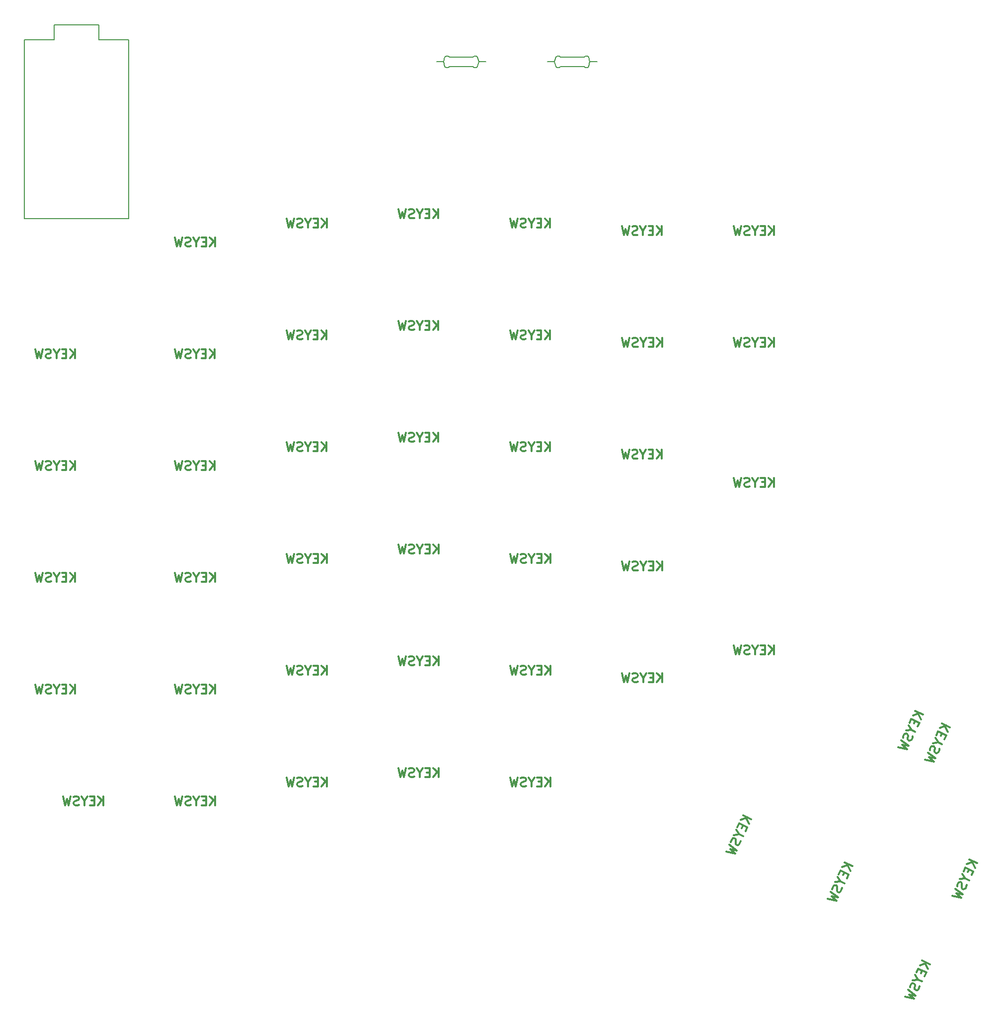
<source format=gbr>
G04 #@! TF.GenerationSoftware,KiCad,Pcbnew,(5.0.1)-3*
G04 #@! TF.CreationDate,2018-11-17T01:07:15-08:00*
G04 #@! TF.ProjectId,ErgoMaxRight,4572676F4D617852696768742E6B6963,rev?*
G04 #@! TF.SameCoordinates,Original*
G04 #@! TF.FileFunction,Legend,Bot*
G04 #@! TF.FilePolarity,Positive*
%FSLAX46Y46*%
G04 Gerber Fmt 4.6, Leading zero omitted, Abs format (unit mm)*
G04 Created by KiCad (PCBNEW (5.0.1)-3) date 17/11/2018 01:07:15*
%MOMM*%
%LPD*%
G01*
G04 APERTURE LIST*
%ADD10C,0.150000*%
%ADD11C,0.304800*%
G04 APERTURE END LIST*
D10*
G04 #@! TO.C,U1*
X137239660Y-36108640D02*
X137239660Y-66588640D01*
X132159660Y-36108640D02*
X137239660Y-36108640D01*
X132159660Y-33568640D02*
X132159660Y-36108640D01*
X124539660Y-33568640D02*
X132159660Y-33568640D01*
X124539660Y-36108640D02*
X124539660Y-33568640D01*
X119459660Y-36108640D02*
X124539660Y-36108640D01*
X119459660Y-66588640D02*
X119459660Y-36108640D01*
X137239660Y-66588640D02*
X119459660Y-66588640D01*
G04 #@! TO.C,R1*
X217045920Y-39875460D02*
X215845920Y-39875460D01*
X215845920Y-39875460D02*
X215645920Y-40675460D01*
X215645920Y-40675460D02*
X215445920Y-40875460D01*
X215445920Y-40875460D02*
X215045920Y-40875460D01*
X215045920Y-40875460D02*
X214845920Y-40675460D01*
X214845920Y-40675460D02*
X210845920Y-40675460D01*
X210845920Y-40675460D02*
X210645920Y-40875460D01*
X210645920Y-40875460D02*
X210245920Y-40875460D01*
X210245920Y-40875460D02*
X210045920Y-40675460D01*
X210045920Y-40675460D02*
X209845920Y-39875460D01*
X209845920Y-39875460D02*
X210045920Y-39075460D01*
X210045920Y-39075460D02*
X210245920Y-38875460D01*
X210245920Y-38875460D02*
X210645920Y-38875460D01*
X210645920Y-38875460D02*
X210845920Y-39075460D01*
X210845920Y-39075460D02*
X214845920Y-39075460D01*
X214845920Y-39075460D02*
X215045920Y-38875460D01*
X215045920Y-38875460D02*
X215445920Y-38875460D01*
X215445920Y-38875460D02*
X215645920Y-39075460D01*
X215645920Y-39075460D02*
X215845920Y-39875460D01*
X209845920Y-39875460D02*
X208645920Y-39875460D01*
G04 #@! TO.C,R2*
X198107680Y-39875460D02*
X196907680Y-39875460D01*
X196907680Y-39875460D02*
X196707680Y-40675460D01*
X196707680Y-40675460D02*
X196507680Y-40875460D01*
X196507680Y-40875460D02*
X196107680Y-40875460D01*
X196107680Y-40875460D02*
X195907680Y-40675460D01*
X195907680Y-40675460D02*
X191907680Y-40675460D01*
X191907680Y-40675460D02*
X191707680Y-40875460D01*
X191707680Y-40875460D02*
X191307680Y-40875460D01*
X191307680Y-40875460D02*
X191107680Y-40675460D01*
X191107680Y-40675460D02*
X190907680Y-39875460D01*
X190907680Y-39875460D02*
X191107680Y-39075460D01*
X191107680Y-39075460D02*
X191307680Y-38875460D01*
X191307680Y-38875460D02*
X191707680Y-38875460D01*
X191707680Y-38875460D02*
X191907680Y-39075460D01*
X191907680Y-39075460D02*
X195907680Y-39075460D01*
X195907680Y-39075460D02*
X196107680Y-38875460D01*
X196107680Y-38875460D02*
X196507680Y-38875460D01*
X196507680Y-38875460D02*
X196707680Y-39075460D01*
X196707680Y-39075460D02*
X196907680Y-39875460D01*
X190907680Y-39875460D02*
X189707680Y-39875460D01*
G04 #@! TO.C,K1*
D11*
X151938285Y-71343068D02*
X151938285Y-69819068D01*
X151067428Y-71343068D02*
X151720571Y-70472211D01*
X151067428Y-69819068D02*
X151938285Y-70689925D01*
X150414285Y-70544782D02*
X149906285Y-70544782D01*
X149688571Y-71343068D02*
X150414285Y-71343068D01*
X150414285Y-69819068D01*
X149688571Y-69819068D01*
X148745142Y-70617354D02*
X148745142Y-71343068D01*
X149253142Y-69819068D02*
X148745142Y-70617354D01*
X148237142Y-69819068D01*
X147801714Y-71270497D02*
X147584000Y-71343068D01*
X147221142Y-71343068D01*
X147076000Y-71270497D01*
X147003428Y-71197925D01*
X146930857Y-71052782D01*
X146930857Y-70907640D01*
X147003428Y-70762497D01*
X147076000Y-70689925D01*
X147221142Y-70617354D01*
X147511428Y-70544782D01*
X147656571Y-70472211D01*
X147729142Y-70399640D01*
X147801714Y-70254497D01*
X147801714Y-70109354D01*
X147729142Y-69964211D01*
X147656571Y-69891640D01*
X147511428Y-69819068D01*
X147148571Y-69819068D01*
X146930857Y-69891640D01*
X146422857Y-69819068D02*
X146060000Y-71343068D01*
X145769714Y-70254497D01*
X145479428Y-71343068D01*
X145116571Y-69819068D01*
G04 #@! TO.C,K2*
X170988285Y-68136468D02*
X170988285Y-66612468D01*
X170117428Y-68136468D02*
X170770571Y-67265611D01*
X170117428Y-66612468D02*
X170988285Y-67483325D01*
X169464285Y-67338182D02*
X168956285Y-67338182D01*
X168738571Y-68136468D02*
X169464285Y-68136468D01*
X169464285Y-66612468D01*
X168738571Y-66612468D01*
X167795142Y-67410754D02*
X167795142Y-68136468D01*
X168303142Y-66612468D02*
X167795142Y-67410754D01*
X167287142Y-66612468D01*
X166851714Y-68063897D02*
X166634000Y-68136468D01*
X166271142Y-68136468D01*
X166126000Y-68063897D01*
X166053428Y-67991325D01*
X165980857Y-67846182D01*
X165980857Y-67701040D01*
X166053428Y-67555897D01*
X166126000Y-67483325D01*
X166271142Y-67410754D01*
X166561428Y-67338182D01*
X166706571Y-67265611D01*
X166779142Y-67193040D01*
X166851714Y-67047897D01*
X166851714Y-66902754D01*
X166779142Y-66757611D01*
X166706571Y-66685040D01*
X166561428Y-66612468D01*
X166198571Y-66612468D01*
X165980857Y-66685040D01*
X165472857Y-66612468D02*
X165110000Y-68136468D01*
X164819714Y-67047897D01*
X164529428Y-68136468D01*
X164166571Y-66612468D01*
G04 #@! TO.C,K3*
X190028285Y-66539068D02*
X190028285Y-65015068D01*
X189157428Y-66539068D02*
X189810571Y-65668211D01*
X189157428Y-65015068D02*
X190028285Y-65885925D01*
X188504285Y-65740782D02*
X187996285Y-65740782D01*
X187778571Y-66539068D02*
X188504285Y-66539068D01*
X188504285Y-65015068D01*
X187778571Y-65015068D01*
X186835142Y-65813354D02*
X186835142Y-66539068D01*
X187343142Y-65015068D02*
X186835142Y-65813354D01*
X186327142Y-65015068D01*
X185891714Y-66466497D02*
X185674000Y-66539068D01*
X185311142Y-66539068D01*
X185166000Y-66466497D01*
X185093428Y-66393925D01*
X185020857Y-66248782D01*
X185020857Y-66103640D01*
X185093428Y-65958497D01*
X185166000Y-65885925D01*
X185311142Y-65813354D01*
X185601428Y-65740782D01*
X185746571Y-65668211D01*
X185819142Y-65595640D01*
X185891714Y-65450497D01*
X185891714Y-65305354D01*
X185819142Y-65160211D01*
X185746571Y-65087640D01*
X185601428Y-65015068D01*
X185238571Y-65015068D01*
X185020857Y-65087640D01*
X184512857Y-65015068D02*
X184150000Y-66539068D01*
X183859714Y-65450497D01*
X183569428Y-66539068D01*
X183206571Y-65015068D01*
G04 #@! TO.C,K4*
X209068285Y-68123068D02*
X209068285Y-66599068D01*
X208197428Y-68123068D02*
X208850571Y-67252211D01*
X208197428Y-66599068D02*
X209068285Y-67469925D01*
X207544285Y-67324782D02*
X207036285Y-67324782D01*
X206818571Y-68123068D02*
X207544285Y-68123068D01*
X207544285Y-66599068D01*
X206818571Y-66599068D01*
X205875142Y-67397354D02*
X205875142Y-68123068D01*
X206383142Y-66599068D02*
X205875142Y-67397354D01*
X205367142Y-66599068D01*
X204931714Y-68050497D02*
X204714000Y-68123068D01*
X204351142Y-68123068D01*
X204206000Y-68050497D01*
X204133428Y-67977925D01*
X204060857Y-67832782D01*
X204060857Y-67687640D01*
X204133428Y-67542497D01*
X204206000Y-67469925D01*
X204351142Y-67397354D01*
X204641428Y-67324782D01*
X204786571Y-67252211D01*
X204859142Y-67179640D01*
X204931714Y-67034497D01*
X204931714Y-66889354D01*
X204859142Y-66744211D01*
X204786571Y-66671640D01*
X204641428Y-66599068D01*
X204278571Y-66599068D01*
X204060857Y-66671640D01*
X203552857Y-66599068D02*
X203190000Y-68123068D01*
X202899714Y-67034497D01*
X202609428Y-68123068D01*
X202246571Y-66599068D01*
G04 #@! TO.C,K5*
X228106036Y-69423068D02*
X228106036Y-67899068D01*
X227235179Y-69423068D02*
X227888322Y-68552211D01*
X227235179Y-67899068D02*
X228106036Y-68769925D01*
X226582036Y-68624782D02*
X226074036Y-68624782D01*
X225856322Y-69423068D02*
X226582036Y-69423068D01*
X226582036Y-67899068D01*
X225856322Y-67899068D01*
X224912893Y-68697354D02*
X224912893Y-69423068D01*
X225420893Y-67899068D02*
X224912893Y-68697354D01*
X224404893Y-67899068D01*
X223969465Y-69350497D02*
X223751751Y-69423068D01*
X223388893Y-69423068D01*
X223243751Y-69350497D01*
X223171179Y-69277925D01*
X223098608Y-69132782D01*
X223098608Y-68987640D01*
X223171179Y-68842497D01*
X223243751Y-68769925D01*
X223388893Y-68697354D01*
X223679179Y-68624782D01*
X223824322Y-68552211D01*
X223896893Y-68479640D01*
X223969465Y-68334497D01*
X223969465Y-68189354D01*
X223896893Y-68044211D01*
X223824322Y-67971640D01*
X223679179Y-67899068D01*
X223316322Y-67899068D01*
X223098608Y-67971640D01*
X222590608Y-67899068D02*
X222227751Y-69423068D01*
X221937465Y-68334497D01*
X221647179Y-69423068D01*
X221284322Y-67899068D01*
G04 #@! TO.C,K6*
X247198285Y-69425068D02*
X247198285Y-67901068D01*
X246327428Y-69425068D02*
X246980571Y-68554211D01*
X246327428Y-67901068D02*
X247198285Y-68771925D01*
X245674285Y-68626782D02*
X245166285Y-68626782D01*
X244948571Y-69425068D02*
X245674285Y-69425068D01*
X245674285Y-67901068D01*
X244948571Y-67901068D01*
X244005142Y-68699354D02*
X244005142Y-69425068D01*
X244513142Y-67901068D02*
X244005142Y-68699354D01*
X243497142Y-67901068D01*
X243061714Y-69352497D02*
X242844000Y-69425068D01*
X242481142Y-69425068D01*
X242336000Y-69352497D01*
X242263428Y-69279925D01*
X242190857Y-69134782D01*
X242190857Y-68989640D01*
X242263428Y-68844497D01*
X242336000Y-68771925D01*
X242481142Y-68699354D01*
X242771428Y-68626782D01*
X242916571Y-68554211D01*
X242989142Y-68481640D01*
X243061714Y-68336497D01*
X243061714Y-68191354D01*
X242989142Y-68046211D01*
X242916571Y-67973640D01*
X242771428Y-67901068D01*
X242408571Y-67901068D01*
X242190857Y-67973640D01*
X241682857Y-67901068D02*
X241320000Y-69425068D01*
X241029714Y-68336497D01*
X240739428Y-69425068D01*
X240376571Y-67901068D01*
G04 #@! TO.C,K7*
X128129965Y-90380068D02*
X128129965Y-88856068D01*
X127259108Y-90380068D02*
X127912251Y-89509211D01*
X127259108Y-88856068D02*
X128129965Y-89726925D01*
X126605965Y-89581782D02*
X126097965Y-89581782D01*
X125880251Y-90380068D02*
X126605965Y-90380068D01*
X126605965Y-88856068D01*
X125880251Y-88856068D01*
X124936822Y-89654354D02*
X124936822Y-90380068D01*
X125444822Y-88856068D02*
X124936822Y-89654354D01*
X124428822Y-88856068D01*
X123993394Y-90307497D02*
X123775680Y-90380068D01*
X123412822Y-90380068D01*
X123267680Y-90307497D01*
X123195108Y-90234925D01*
X123122537Y-90089782D01*
X123122537Y-89944640D01*
X123195108Y-89799497D01*
X123267680Y-89726925D01*
X123412822Y-89654354D01*
X123703108Y-89581782D01*
X123848251Y-89509211D01*
X123920822Y-89436640D01*
X123993394Y-89291497D01*
X123993394Y-89146354D01*
X123920822Y-89001211D01*
X123848251Y-88928640D01*
X123703108Y-88856068D01*
X123340251Y-88856068D01*
X123122537Y-88928640D01*
X122614537Y-88856068D02*
X122251680Y-90380068D01*
X121961394Y-89291497D01*
X121671108Y-90380068D01*
X121308251Y-88856068D01*
G04 #@! TO.C,K8*
X151935385Y-90380068D02*
X151935385Y-88856068D01*
X151064528Y-90380068D02*
X151717671Y-89509211D01*
X151064528Y-88856068D02*
X151935385Y-89726925D01*
X150411385Y-89581782D02*
X149903385Y-89581782D01*
X149685671Y-90380068D02*
X150411385Y-90380068D01*
X150411385Y-88856068D01*
X149685671Y-88856068D01*
X148742242Y-89654354D02*
X148742242Y-90380068D01*
X149250242Y-88856068D02*
X148742242Y-89654354D01*
X148234242Y-88856068D01*
X147798814Y-90307497D02*
X147581100Y-90380068D01*
X147218242Y-90380068D01*
X147073100Y-90307497D01*
X147000528Y-90234925D01*
X146927957Y-90089782D01*
X146927957Y-89944640D01*
X147000528Y-89799497D01*
X147073100Y-89726925D01*
X147218242Y-89654354D01*
X147508528Y-89581782D01*
X147653671Y-89509211D01*
X147726242Y-89436640D01*
X147798814Y-89291497D01*
X147798814Y-89146354D01*
X147726242Y-89001211D01*
X147653671Y-88928640D01*
X147508528Y-88856068D01*
X147145671Y-88856068D01*
X146927957Y-88928640D01*
X146419957Y-88856068D02*
X146057100Y-90380068D01*
X145766814Y-89291497D01*
X145476528Y-90380068D01*
X145113671Y-88856068D01*
G04 #@! TO.C,K9*
X170985385Y-87190068D02*
X170985385Y-85666068D01*
X170114528Y-87190068D02*
X170767671Y-86319211D01*
X170114528Y-85666068D02*
X170985385Y-86536925D01*
X169461385Y-86391782D02*
X168953385Y-86391782D01*
X168735671Y-87190068D02*
X169461385Y-87190068D01*
X169461385Y-85666068D01*
X168735671Y-85666068D01*
X167792242Y-86464354D02*
X167792242Y-87190068D01*
X168300242Y-85666068D02*
X167792242Y-86464354D01*
X167284242Y-85666068D01*
X166848814Y-87117497D02*
X166631100Y-87190068D01*
X166268242Y-87190068D01*
X166123100Y-87117497D01*
X166050528Y-87044925D01*
X165977957Y-86899782D01*
X165977957Y-86754640D01*
X166050528Y-86609497D01*
X166123100Y-86536925D01*
X166268242Y-86464354D01*
X166558528Y-86391782D01*
X166703671Y-86319211D01*
X166776242Y-86246640D01*
X166848814Y-86101497D01*
X166848814Y-85956354D01*
X166776242Y-85811211D01*
X166703671Y-85738640D01*
X166558528Y-85666068D01*
X166195671Y-85666068D01*
X165977957Y-85738640D01*
X165469957Y-85666068D02*
X165107100Y-87190068D01*
X164816814Y-86101497D01*
X164526528Y-87190068D01*
X164163671Y-85666068D01*
G04 #@! TO.C,K10*
X190030985Y-85584508D02*
X190030985Y-84060508D01*
X189160128Y-85584508D02*
X189813271Y-84713651D01*
X189160128Y-84060508D02*
X190030985Y-84931365D01*
X188506985Y-84786222D02*
X187998985Y-84786222D01*
X187781271Y-85584508D02*
X188506985Y-85584508D01*
X188506985Y-84060508D01*
X187781271Y-84060508D01*
X186837842Y-84858794D02*
X186837842Y-85584508D01*
X187345842Y-84060508D02*
X186837842Y-84858794D01*
X186329842Y-84060508D01*
X185894414Y-85511937D02*
X185676700Y-85584508D01*
X185313842Y-85584508D01*
X185168700Y-85511937D01*
X185096128Y-85439365D01*
X185023557Y-85294222D01*
X185023557Y-85149080D01*
X185096128Y-85003937D01*
X185168700Y-84931365D01*
X185313842Y-84858794D01*
X185604128Y-84786222D01*
X185749271Y-84713651D01*
X185821842Y-84641080D01*
X185894414Y-84495937D01*
X185894414Y-84350794D01*
X185821842Y-84205651D01*
X185749271Y-84133080D01*
X185604128Y-84060508D01*
X185241271Y-84060508D01*
X185023557Y-84133080D01*
X184515557Y-84060508D02*
X184152700Y-85584508D01*
X183862414Y-84495937D01*
X183572128Y-85584508D01*
X183209271Y-84060508D01*
G04 #@! TO.C,K11*
X209072885Y-87176848D02*
X209072885Y-85652848D01*
X208202028Y-87176848D02*
X208855171Y-86305991D01*
X208202028Y-85652848D02*
X209072885Y-86523705D01*
X207548885Y-86378562D02*
X207040885Y-86378562D01*
X206823171Y-87176848D02*
X207548885Y-87176848D01*
X207548885Y-85652848D01*
X206823171Y-85652848D01*
X205879742Y-86451134D02*
X205879742Y-87176848D01*
X206387742Y-85652848D02*
X205879742Y-86451134D01*
X205371742Y-85652848D01*
X204936314Y-87104277D02*
X204718600Y-87176848D01*
X204355742Y-87176848D01*
X204210600Y-87104277D01*
X204138028Y-87031705D01*
X204065457Y-86886562D01*
X204065457Y-86741420D01*
X204138028Y-86596277D01*
X204210600Y-86523705D01*
X204355742Y-86451134D01*
X204646028Y-86378562D01*
X204791171Y-86305991D01*
X204863742Y-86233420D01*
X204936314Y-86088277D01*
X204936314Y-85943134D01*
X204863742Y-85797991D01*
X204791171Y-85725420D01*
X204646028Y-85652848D01*
X204283171Y-85652848D01*
X204065457Y-85725420D01*
X203557457Y-85652848D02*
X203194600Y-87176848D01*
X202904314Y-86088277D01*
X202614028Y-87176848D01*
X202251171Y-85652848D01*
G04 #@! TO.C,K12*
X228148285Y-88472948D02*
X228148285Y-86948948D01*
X227277428Y-88472948D02*
X227930571Y-87602091D01*
X227277428Y-86948948D02*
X228148285Y-87819805D01*
X226624285Y-87674662D02*
X226116285Y-87674662D01*
X225898571Y-88472948D02*
X226624285Y-88472948D01*
X226624285Y-86948948D01*
X225898571Y-86948948D01*
X224955142Y-87747234D02*
X224955142Y-88472948D01*
X225463142Y-86948948D02*
X224955142Y-87747234D01*
X224447142Y-86948948D01*
X224011714Y-88400377D02*
X223794000Y-88472948D01*
X223431142Y-88472948D01*
X223286000Y-88400377D01*
X223213428Y-88327805D01*
X223140857Y-88182662D01*
X223140857Y-88037520D01*
X223213428Y-87892377D01*
X223286000Y-87819805D01*
X223431142Y-87747234D01*
X223721428Y-87674662D01*
X223866571Y-87602091D01*
X223939142Y-87529520D01*
X224011714Y-87384377D01*
X224011714Y-87239234D01*
X223939142Y-87094091D01*
X223866571Y-87021520D01*
X223721428Y-86948948D01*
X223358571Y-86948948D01*
X223140857Y-87021520D01*
X222632857Y-86948948D02*
X222270000Y-88472948D01*
X221979714Y-87384377D01*
X221689428Y-88472948D01*
X221326571Y-86948948D01*
G04 #@! TO.C,K13*
X247198285Y-88465368D02*
X247198285Y-86941368D01*
X246327428Y-88465368D02*
X246980571Y-87594511D01*
X246327428Y-86941368D02*
X247198285Y-87812225D01*
X245674285Y-87667082D02*
X245166285Y-87667082D01*
X244948571Y-88465368D02*
X245674285Y-88465368D01*
X245674285Y-86941368D01*
X244948571Y-86941368D01*
X244005142Y-87739654D02*
X244005142Y-88465368D01*
X244513142Y-86941368D02*
X244005142Y-87739654D01*
X243497142Y-86941368D01*
X243061714Y-88392797D02*
X242844000Y-88465368D01*
X242481142Y-88465368D01*
X242336000Y-88392797D01*
X242263428Y-88320225D01*
X242190857Y-88175082D01*
X242190857Y-88029940D01*
X242263428Y-87884797D01*
X242336000Y-87812225D01*
X242481142Y-87739654D01*
X242771428Y-87667082D01*
X242916571Y-87594511D01*
X242989142Y-87521940D01*
X243061714Y-87376797D01*
X243061714Y-87231654D01*
X242989142Y-87086511D01*
X242916571Y-87013940D01*
X242771428Y-86941368D01*
X242408571Y-86941368D01*
X242190857Y-87013940D01*
X241682857Y-86941368D02*
X241320000Y-88465368D01*
X241029714Y-87376797D01*
X240739428Y-88465368D01*
X240376571Y-86941368D01*
G04 #@! TO.C,K14*
X128133365Y-109423168D02*
X128133365Y-107899168D01*
X127262508Y-109423168D02*
X127915651Y-108552311D01*
X127262508Y-107899168D02*
X128133365Y-108770025D01*
X126609365Y-108624882D02*
X126101365Y-108624882D01*
X125883651Y-109423168D02*
X126609365Y-109423168D01*
X126609365Y-107899168D01*
X125883651Y-107899168D01*
X124940222Y-108697454D02*
X124940222Y-109423168D01*
X125448222Y-107899168D02*
X124940222Y-108697454D01*
X124432222Y-107899168D01*
X123996794Y-109350597D02*
X123779080Y-109423168D01*
X123416222Y-109423168D01*
X123271080Y-109350597D01*
X123198508Y-109278025D01*
X123125937Y-109132882D01*
X123125937Y-108987740D01*
X123198508Y-108842597D01*
X123271080Y-108770025D01*
X123416222Y-108697454D01*
X123706508Y-108624882D01*
X123851651Y-108552311D01*
X123924222Y-108479740D01*
X123996794Y-108334597D01*
X123996794Y-108189454D01*
X123924222Y-108044311D01*
X123851651Y-107971740D01*
X123706508Y-107899168D01*
X123343651Y-107899168D01*
X123125937Y-107971740D01*
X122617937Y-107899168D02*
X122255080Y-109423168D01*
X121964794Y-108334597D01*
X121674508Y-109423168D01*
X121311651Y-107899168D01*
G04 #@! TO.C,K15*
X151934145Y-109432768D02*
X151934145Y-107908768D01*
X151063288Y-109432768D02*
X151716431Y-108561911D01*
X151063288Y-107908768D02*
X151934145Y-108779625D01*
X150410145Y-108634482D02*
X149902145Y-108634482D01*
X149684431Y-109432768D02*
X150410145Y-109432768D01*
X150410145Y-107908768D01*
X149684431Y-107908768D01*
X148741002Y-108707054D02*
X148741002Y-109432768D01*
X149249002Y-107908768D02*
X148741002Y-108707054D01*
X148233002Y-107908768D01*
X147797574Y-109360197D02*
X147579860Y-109432768D01*
X147217002Y-109432768D01*
X147071860Y-109360197D01*
X146999288Y-109287625D01*
X146926717Y-109142482D01*
X146926717Y-108997340D01*
X146999288Y-108852197D01*
X147071860Y-108779625D01*
X147217002Y-108707054D01*
X147507288Y-108634482D01*
X147652431Y-108561911D01*
X147725002Y-108489340D01*
X147797574Y-108344197D01*
X147797574Y-108199054D01*
X147725002Y-108053911D01*
X147652431Y-107981340D01*
X147507288Y-107908768D01*
X147144431Y-107908768D01*
X146926717Y-107981340D01*
X146418717Y-107908768D02*
X146055860Y-109432768D01*
X145765574Y-108344197D01*
X145475288Y-109432768D01*
X145112431Y-107908768D01*
G04 #@! TO.C,K16*
X170982885Y-106232048D02*
X170982885Y-104708048D01*
X170112028Y-106232048D02*
X170765171Y-105361191D01*
X170112028Y-104708048D02*
X170982885Y-105578905D01*
X169458885Y-105433762D02*
X168950885Y-105433762D01*
X168733171Y-106232048D02*
X169458885Y-106232048D01*
X169458885Y-104708048D01*
X168733171Y-104708048D01*
X167789742Y-105506334D02*
X167789742Y-106232048D01*
X168297742Y-104708048D02*
X167789742Y-105506334D01*
X167281742Y-104708048D01*
X166846314Y-106159477D02*
X166628600Y-106232048D01*
X166265742Y-106232048D01*
X166120600Y-106159477D01*
X166048028Y-106086905D01*
X165975457Y-105941762D01*
X165975457Y-105796620D01*
X166048028Y-105651477D01*
X166120600Y-105578905D01*
X166265742Y-105506334D01*
X166556028Y-105433762D01*
X166701171Y-105361191D01*
X166773742Y-105288620D01*
X166846314Y-105143477D01*
X166846314Y-104998334D01*
X166773742Y-104853191D01*
X166701171Y-104780620D01*
X166556028Y-104708048D01*
X166193171Y-104708048D01*
X165975457Y-104780620D01*
X165467457Y-104708048D02*
X165104600Y-106232048D01*
X164814314Y-105143477D01*
X164524028Y-106232048D01*
X164161171Y-104708048D01*
G04 #@! TO.C,K17*
X190027325Y-104628968D02*
X190027325Y-103104968D01*
X189156468Y-104628968D02*
X189809611Y-103758111D01*
X189156468Y-103104968D02*
X190027325Y-103975825D01*
X188503325Y-103830682D02*
X187995325Y-103830682D01*
X187777611Y-104628968D02*
X188503325Y-104628968D01*
X188503325Y-103104968D01*
X187777611Y-103104968D01*
X186834182Y-103903254D02*
X186834182Y-104628968D01*
X187342182Y-103104968D02*
X186834182Y-103903254D01*
X186326182Y-103104968D01*
X185890754Y-104556397D02*
X185673040Y-104628968D01*
X185310182Y-104628968D01*
X185165040Y-104556397D01*
X185092468Y-104483825D01*
X185019897Y-104338682D01*
X185019897Y-104193540D01*
X185092468Y-104048397D01*
X185165040Y-103975825D01*
X185310182Y-103903254D01*
X185600468Y-103830682D01*
X185745611Y-103758111D01*
X185818182Y-103685540D01*
X185890754Y-103540397D01*
X185890754Y-103395254D01*
X185818182Y-103250111D01*
X185745611Y-103177540D01*
X185600468Y-103104968D01*
X185237611Y-103104968D01*
X185019897Y-103177540D01*
X184511897Y-103104968D02*
X184149040Y-104628968D01*
X183858754Y-103540397D01*
X183568468Y-104628968D01*
X183205611Y-103104968D01*
G04 #@! TO.C,K18*
X209072725Y-106214688D02*
X209072725Y-104690688D01*
X208201868Y-106214688D02*
X208855011Y-105343831D01*
X208201868Y-104690688D02*
X209072725Y-105561545D01*
X207548725Y-105416402D02*
X207040725Y-105416402D01*
X206823011Y-106214688D02*
X207548725Y-106214688D01*
X207548725Y-104690688D01*
X206823011Y-104690688D01*
X205879582Y-105488974D02*
X205879582Y-106214688D01*
X206387582Y-104690688D02*
X205879582Y-105488974D01*
X205371582Y-104690688D01*
X204936154Y-106142117D02*
X204718440Y-106214688D01*
X204355582Y-106214688D01*
X204210440Y-106142117D01*
X204137868Y-106069545D01*
X204065297Y-105924402D01*
X204065297Y-105779260D01*
X204137868Y-105634117D01*
X204210440Y-105561545D01*
X204355582Y-105488974D01*
X204645868Y-105416402D01*
X204791011Y-105343831D01*
X204863582Y-105271260D01*
X204936154Y-105126117D01*
X204936154Y-104980974D01*
X204863582Y-104835831D01*
X204791011Y-104763260D01*
X204645868Y-104690688D01*
X204283011Y-104690688D01*
X204065297Y-104763260D01*
X203557297Y-104690688D02*
X203194440Y-106214688D01*
X202904154Y-105126117D01*
X202613868Y-106214688D01*
X202251011Y-104690688D01*
G04 #@! TO.C,K19*
X228105885Y-107525468D02*
X228105885Y-106001468D01*
X227235028Y-107525468D02*
X227888171Y-106654611D01*
X227235028Y-106001468D02*
X228105885Y-106872325D01*
X226581885Y-106727182D02*
X226073885Y-106727182D01*
X225856171Y-107525468D02*
X226581885Y-107525468D01*
X226581885Y-106001468D01*
X225856171Y-106001468D01*
X224912742Y-106799754D02*
X224912742Y-107525468D01*
X225420742Y-106001468D02*
X224912742Y-106799754D01*
X224404742Y-106001468D01*
X223969314Y-107452897D02*
X223751600Y-107525468D01*
X223388742Y-107525468D01*
X223243600Y-107452897D01*
X223171028Y-107380325D01*
X223098457Y-107235182D01*
X223098457Y-107090040D01*
X223171028Y-106944897D01*
X223243600Y-106872325D01*
X223388742Y-106799754D01*
X223679028Y-106727182D01*
X223824171Y-106654611D01*
X223896742Y-106582040D01*
X223969314Y-106436897D01*
X223969314Y-106291754D01*
X223896742Y-106146611D01*
X223824171Y-106074040D01*
X223679028Y-106001468D01*
X223316171Y-106001468D01*
X223098457Y-106074040D01*
X222590457Y-106001468D02*
X222227600Y-107525468D01*
X221937314Y-106436897D01*
X221647028Y-107525468D01*
X221284171Y-106001468D01*
G04 #@! TO.C,K20*
X247198285Y-112285068D02*
X247198285Y-110761068D01*
X246327428Y-112285068D02*
X246980571Y-111414211D01*
X246327428Y-110761068D02*
X247198285Y-111631925D01*
X245674285Y-111486782D02*
X245166285Y-111486782D01*
X244948571Y-112285068D02*
X245674285Y-112285068D01*
X245674285Y-110761068D01*
X244948571Y-110761068D01*
X244005142Y-111559354D02*
X244005142Y-112285068D01*
X244513142Y-110761068D02*
X244005142Y-111559354D01*
X243497142Y-110761068D01*
X243061714Y-112212497D02*
X242844000Y-112285068D01*
X242481142Y-112285068D01*
X242336000Y-112212497D01*
X242263428Y-112139925D01*
X242190857Y-111994782D01*
X242190857Y-111849640D01*
X242263428Y-111704497D01*
X242336000Y-111631925D01*
X242481142Y-111559354D01*
X242771428Y-111486782D01*
X242916571Y-111414211D01*
X242989142Y-111341640D01*
X243061714Y-111196497D01*
X243061714Y-111051354D01*
X242989142Y-110906211D01*
X242916571Y-110833640D01*
X242771428Y-110761068D01*
X242408571Y-110761068D01*
X242190857Y-110833640D01*
X241682857Y-110761068D02*
X241320000Y-112285068D01*
X241029714Y-111196497D01*
X240739428Y-112285068D01*
X240376571Y-110761068D01*
G04 #@! TO.C,K21*
X128143685Y-128463268D02*
X128143685Y-126939268D01*
X127272828Y-128463268D02*
X127925971Y-127592411D01*
X127272828Y-126939268D02*
X128143685Y-127810125D01*
X126619685Y-127664982D02*
X126111685Y-127664982D01*
X125893971Y-128463268D02*
X126619685Y-128463268D01*
X126619685Y-126939268D01*
X125893971Y-126939268D01*
X124950542Y-127737554D02*
X124950542Y-128463268D01*
X125458542Y-126939268D02*
X124950542Y-127737554D01*
X124442542Y-126939268D01*
X124007114Y-128390697D02*
X123789400Y-128463268D01*
X123426542Y-128463268D01*
X123281400Y-128390697D01*
X123208828Y-128318125D01*
X123136257Y-128172982D01*
X123136257Y-128027840D01*
X123208828Y-127882697D01*
X123281400Y-127810125D01*
X123426542Y-127737554D01*
X123716828Y-127664982D01*
X123861971Y-127592411D01*
X123934542Y-127519840D01*
X124007114Y-127374697D01*
X124007114Y-127229554D01*
X123934542Y-127084411D01*
X123861971Y-127011840D01*
X123716828Y-126939268D01*
X123353971Y-126939268D01*
X123136257Y-127011840D01*
X122628257Y-126939268D02*
X122265400Y-128463268D01*
X121975114Y-127374697D01*
X121684828Y-128463268D01*
X121321971Y-126939268D01*
G04 #@! TO.C,K22*
X151939885Y-128471468D02*
X151939885Y-126947468D01*
X151069028Y-128471468D02*
X151722171Y-127600611D01*
X151069028Y-126947468D02*
X151939885Y-127818325D01*
X150415885Y-127673182D02*
X149907885Y-127673182D01*
X149690171Y-128471468D02*
X150415885Y-128471468D01*
X150415885Y-126947468D01*
X149690171Y-126947468D01*
X148746742Y-127745754D02*
X148746742Y-128471468D01*
X149254742Y-126947468D02*
X148746742Y-127745754D01*
X148238742Y-126947468D01*
X147803314Y-128398897D02*
X147585600Y-128471468D01*
X147222742Y-128471468D01*
X147077600Y-128398897D01*
X147005028Y-128326325D01*
X146932457Y-128181182D01*
X146932457Y-128036040D01*
X147005028Y-127890897D01*
X147077600Y-127818325D01*
X147222742Y-127745754D01*
X147513028Y-127673182D01*
X147658171Y-127600611D01*
X147730742Y-127528040D01*
X147803314Y-127382897D01*
X147803314Y-127237754D01*
X147730742Y-127092611D01*
X147658171Y-127020040D01*
X147513028Y-126947468D01*
X147150171Y-126947468D01*
X146932457Y-127020040D01*
X146424457Y-126947468D02*
X146061600Y-128471468D01*
X145771314Y-127382897D01*
X145481028Y-128471468D01*
X145118171Y-126947468D01*
G04 #@! TO.C,K23*
X170998285Y-125279668D02*
X170998285Y-123755668D01*
X170127428Y-125279668D02*
X170780571Y-124408811D01*
X170127428Y-123755668D02*
X170998285Y-124626525D01*
X169474285Y-124481382D02*
X168966285Y-124481382D01*
X168748571Y-125279668D02*
X169474285Y-125279668D01*
X169474285Y-123755668D01*
X168748571Y-123755668D01*
X167805142Y-124553954D02*
X167805142Y-125279668D01*
X168313142Y-123755668D02*
X167805142Y-124553954D01*
X167297142Y-123755668D01*
X166861714Y-125207097D02*
X166644000Y-125279668D01*
X166281142Y-125279668D01*
X166136000Y-125207097D01*
X166063428Y-125134525D01*
X165990857Y-124989382D01*
X165990857Y-124844240D01*
X166063428Y-124699097D01*
X166136000Y-124626525D01*
X166281142Y-124553954D01*
X166571428Y-124481382D01*
X166716571Y-124408811D01*
X166789142Y-124336240D01*
X166861714Y-124191097D01*
X166861714Y-124045954D01*
X166789142Y-123900811D01*
X166716571Y-123828240D01*
X166571428Y-123755668D01*
X166208571Y-123755668D01*
X165990857Y-123828240D01*
X165482857Y-123755668D02*
X165120000Y-125279668D01*
X164829714Y-124191097D01*
X164539428Y-125279668D01*
X164176571Y-123755668D01*
G04 #@! TO.C,K24*
X190048285Y-123676668D02*
X190048285Y-122152668D01*
X189177428Y-123676668D02*
X189830571Y-122805811D01*
X189177428Y-122152668D02*
X190048285Y-123023525D01*
X188524285Y-122878382D02*
X188016285Y-122878382D01*
X187798571Y-123676668D02*
X188524285Y-123676668D01*
X188524285Y-122152668D01*
X187798571Y-122152668D01*
X186855142Y-122950954D02*
X186855142Y-123676668D01*
X187363142Y-122152668D02*
X186855142Y-122950954D01*
X186347142Y-122152668D01*
X185911714Y-123604097D02*
X185694000Y-123676668D01*
X185331142Y-123676668D01*
X185186000Y-123604097D01*
X185113428Y-123531525D01*
X185040857Y-123386382D01*
X185040857Y-123241240D01*
X185113428Y-123096097D01*
X185186000Y-123023525D01*
X185331142Y-122950954D01*
X185621428Y-122878382D01*
X185766571Y-122805811D01*
X185839142Y-122733240D01*
X185911714Y-122588097D01*
X185911714Y-122442954D01*
X185839142Y-122297811D01*
X185766571Y-122225240D01*
X185621428Y-122152668D01*
X185258571Y-122152668D01*
X185040857Y-122225240D01*
X184532857Y-122152668D02*
X184170000Y-123676668D01*
X183879714Y-122588097D01*
X183589428Y-123676668D01*
X183226571Y-122152668D01*
G04 #@! TO.C,K25*
X209098285Y-125259428D02*
X209098285Y-123735428D01*
X208227428Y-125259428D02*
X208880571Y-124388571D01*
X208227428Y-123735428D02*
X209098285Y-124606285D01*
X207574285Y-124461142D02*
X207066285Y-124461142D01*
X206848571Y-125259428D02*
X207574285Y-125259428D01*
X207574285Y-123735428D01*
X206848571Y-123735428D01*
X205905142Y-124533714D02*
X205905142Y-125259428D01*
X206413142Y-123735428D02*
X205905142Y-124533714D01*
X205397142Y-123735428D01*
X204961714Y-125186857D02*
X204744000Y-125259428D01*
X204381142Y-125259428D01*
X204236000Y-125186857D01*
X204163428Y-125114285D01*
X204090857Y-124969142D01*
X204090857Y-124824000D01*
X204163428Y-124678857D01*
X204236000Y-124606285D01*
X204381142Y-124533714D01*
X204671428Y-124461142D01*
X204816571Y-124388571D01*
X204889142Y-124316000D01*
X204961714Y-124170857D01*
X204961714Y-124025714D01*
X204889142Y-123880571D01*
X204816571Y-123808000D01*
X204671428Y-123735428D01*
X204308571Y-123735428D01*
X204090857Y-123808000D01*
X203582857Y-123735428D02*
X203220000Y-125259428D01*
X202929714Y-124170857D01*
X202639428Y-125259428D01*
X202276571Y-123735428D01*
G04 #@! TO.C,K26*
X228148285Y-126570268D02*
X228148285Y-125046268D01*
X227277428Y-126570268D02*
X227930571Y-125699411D01*
X227277428Y-125046268D02*
X228148285Y-125917125D01*
X226624285Y-125771982D02*
X226116285Y-125771982D01*
X225898571Y-126570268D02*
X226624285Y-126570268D01*
X226624285Y-125046268D01*
X225898571Y-125046268D01*
X224955142Y-125844554D02*
X224955142Y-126570268D01*
X225463142Y-125046268D02*
X224955142Y-125844554D01*
X224447142Y-125046268D01*
X224011714Y-126497697D02*
X223794000Y-126570268D01*
X223431142Y-126570268D01*
X223286000Y-126497697D01*
X223213428Y-126425125D01*
X223140857Y-126279982D01*
X223140857Y-126134840D01*
X223213428Y-125989697D01*
X223286000Y-125917125D01*
X223431142Y-125844554D01*
X223721428Y-125771982D01*
X223866571Y-125699411D01*
X223939142Y-125626840D01*
X224011714Y-125481697D01*
X224011714Y-125336554D01*
X223939142Y-125191411D01*
X223866571Y-125118840D01*
X223721428Y-125046268D01*
X223358571Y-125046268D01*
X223140857Y-125118840D01*
X222632857Y-125046268D02*
X222270000Y-126570268D01*
X221979714Y-125481697D01*
X221689428Y-126570268D01*
X221326571Y-125046268D01*
G04 #@! TO.C,K27*
X272654703Y-151120574D02*
X271273490Y-150476504D01*
X272286663Y-151909839D02*
X271773429Y-150949850D01*
X270905450Y-151265769D02*
X272062755Y-150844544D01*
X271287141Y-152164417D02*
X271072451Y-152624822D01*
X271703933Y-153159508D02*
X272010633Y-152501787D01*
X270629420Y-151857717D01*
X270322720Y-152515438D01*
X270647502Y-153707844D02*
X271305223Y-154014545D01*
X270138700Y-152910070D02*
X270647502Y-153707844D01*
X269709320Y-153830879D01*
X270840741Y-154838911D02*
X270814503Y-155066897D01*
X270661153Y-155395758D01*
X270534041Y-155496632D01*
X270437599Y-155531734D01*
X270275385Y-155536166D01*
X270143840Y-155474826D01*
X270042966Y-155347714D01*
X270007864Y-155251272D01*
X270003432Y-155089057D01*
X270060340Y-154795299D01*
X270055908Y-154633085D01*
X270020806Y-154536643D01*
X269919932Y-154409531D01*
X269788388Y-154348191D01*
X269626174Y-154352623D01*
X269529732Y-154387725D01*
X269402620Y-154488599D01*
X269249270Y-154817459D01*
X269223032Y-155045446D01*
X268942570Y-155475180D02*
X270170433Y-156448110D01*
X269061172Y-156251148D01*
X269925073Y-156974287D01*
X268390509Y-156659077D01*
G04 #@! TO.C,K28*
X277226181Y-153253915D02*
X275844968Y-152609845D01*
X276858141Y-154043180D02*
X276344907Y-153083191D01*
X275476928Y-153399110D02*
X276634233Y-152977885D01*
X275858619Y-154297758D02*
X275643929Y-154758163D01*
X276275411Y-155292849D02*
X276582111Y-154635128D01*
X275200898Y-153991058D01*
X274894198Y-154648779D01*
X275218980Y-155841185D02*
X275876701Y-156147886D01*
X274710178Y-155043411D02*
X275218980Y-155841185D01*
X274280798Y-155964220D01*
X275412219Y-156972252D02*
X275385981Y-157200238D01*
X275232631Y-157529099D01*
X275105519Y-157629973D01*
X275009077Y-157665075D01*
X274846863Y-157669507D01*
X274715318Y-157608167D01*
X274614444Y-157481055D01*
X274579342Y-157384613D01*
X274574910Y-157222398D01*
X274631818Y-156928640D01*
X274627386Y-156766426D01*
X274592284Y-156669984D01*
X274491410Y-156542872D01*
X274359866Y-156481532D01*
X274197652Y-156485964D01*
X274101210Y-156521066D01*
X273974098Y-156621940D01*
X273820748Y-156950800D01*
X273794510Y-157178787D01*
X273514048Y-157608521D02*
X274741911Y-158581451D01*
X273632650Y-158384489D01*
X274496551Y-159107628D01*
X272961987Y-158792418D01*
G04 #@! TO.C,K29*
X128138285Y-147509428D02*
X128138285Y-145985428D01*
X127267428Y-147509428D02*
X127920571Y-146638571D01*
X127267428Y-145985428D02*
X128138285Y-146856285D01*
X126614285Y-146711142D02*
X126106285Y-146711142D01*
X125888571Y-147509428D02*
X126614285Y-147509428D01*
X126614285Y-145985428D01*
X125888571Y-145985428D01*
X124945142Y-146783714D02*
X124945142Y-147509428D01*
X125453142Y-145985428D02*
X124945142Y-146783714D01*
X124437142Y-145985428D01*
X124001714Y-147436857D02*
X123784000Y-147509428D01*
X123421142Y-147509428D01*
X123276000Y-147436857D01*
X123203428Y-147364285D01*
X123130857Y-147219142D01*
X123130857Y-147074000D01*
X123203428Y-146928857D01*
X123276000Y-146856285D01*
X123421142Y-146783714D01*
X123711428Y-146711142D01*
X123856571Y-146638571D01*
X123929142Y-146566000D01*
X124001714Y-146420857D01*
X124001714Y-146275714D01*
X123929142Y-146130571D01*
X123856571Y-146058000D01*
X123711428Y-145985428D01*
X123348571Y-145985428D01*
X123130857Y-146058000D01*
X122622857Y-145985428D02*
X122260000Y-147509428D01*
X121969714Y-146420857D01*
X121679428Y-147509428D01*
X121316571Y-145985428D01*
G04 #@! TO.C,K30*
X151948285Y-147509428D02*
X151948285Y-145985428D01*
X151077428Y-147509428D02*
X151730571Y-146638571D01*
X151077428Y-145985428D02*
X151948285Y-146856285D01*
X150424285Y-146711142D02*
X149916285Y-146711142D01*
X149698571Y-147509428D02*
X150424285Y-147509428D01*
X150424285Y-145985428D01*
X149698571Y-145985428D01*
X148755142Y-146783714D02*
X148755142Y-147509428D01*
X149263142Y-145985428D02*
X148755142Y-146783714D01*
X148247142Y-145985428D01*
X147811714Y-147436857D02*
X147594000Y-147509428D01*
X147231142Y-147509428D01*
X147086000Y-147436857D01*
X147013428Y-147364285D01*
X146940857Y-147219142D01*
X146940857Y-147074000D01*
X147013428Y-146928857D01*
X147086000Y-146856285D01*
X147231142Y-146783714D01*
X147521428Y-146711142D01*
X147666571Y-146638571D01*
X147739142Y-146566000D01*
X147811714Y-146420857D01*
X147811714Y-146275714D01*
X147739142Y-146130571D01*
X147666571Y-146058000D01*
X147521428Y-145985428D01*
X147158571Y-145985428D01*
X146940857Y-146058000D01*
X146432857Y-145985428D02*
X146070000Y-147509428D01*
X145779714Y-146420857D01*
X145489428Y-147509428D01*
X145126571Y-145985428D01*
G04 #@! TO.C,K31*
X170998285Y-144329428D02*
X170998285Y-142805428D01*
X170127428Y-144329428D02*
X170780571Y-143458571D01*
X170127428Y-142805428D02*
X170998285Y-143676285D01*
X169474285Y-143531142D02*
X168966285Y-143531142D01*
X168748571Y-144329428D02*
X169474285Y-144329428D01*
X169474285Y-142805428D01*
X168748571Y-142805428D01*
X167805142Y-143603714D02*
X167805142Y-144329428D01*
X168313142Y-142805428D02*
X167805142Y-143603714D01*
X167297142Y-142805428D01*
X166861714Y-144256857D02*
X166644000Y-144329428D01*
X166281142Y-144329428D01*
X166136000Y-144256857D01*
X166063428Y-144184285D01*
X165990857Y-144039142D01*
X165990857Y-143894000D01*
X166063428Y-143748857D01*
X166136000Y-143676285D01*
X166281142Y-143603714D01*
X166571428Y-143531142D01*
X166716571Y-143458571D01*
X166789142Y-143386000D01*
X166861714Y-143240857D01*
X166861714Y-143095714D01*
X166789142Y-142950571D01*
X166716571Y-142878000D01*
X166571428Y-142805428D01*
X166208571Y-142805428D01*
X165990857Y-142878000D01*
X165482857Y-142805428D02*
X165120000Y-144329428D01*
X164829714Y-143240857D01*
X164539428Y-144329428D01*
X164176571Y-142805428D01*
G04 #@! TO.C,K32*
X190048285Y-142719428D02*
X190048285Y-141195428D01*
X189177428Y-142719428D02*
X189830571Y-141848571D01*
X189177428Y-141195428D02*
X190048285Y-142066285D01*
X188524285Y-141921142D02*
X188016285Y-141921142D01*
X187798571Y-142719428D02*
X188524285Y-142719428D01*
X188524285Y-141195428D01*
X187798571Y-141195428D01*
X186855142Y-141993714D02*
X186855142Y-142719428D01*
X187363142Y-141195428D02*
X186855142Y-141993714D01*
X186347142Y-141195428D01*
X185911714Y-142646857D02*
X185694000Y-142719428D01*
X185331142Y-142719428D01*
X185186000Y-142646857D01*
X185113428Y-142574285D01*
X185040857Y-142429142D01*
X185040857Y-142284000D01*
X185113428Y-142138857D01*
X185186000Y-142066285D01*
X185331142Y-141993714D01*
X185621428Y-141921142D01*
X185766571Y-141848571D01*
X185839142Y-141776000D01*
X185911714Y-141630857D01*
X185911714Y-141485714D01*
X185839142Y-141340571D01*
X185766571Y-141268000D01*
X185621428Y-141195428D01*
X185258571Y-141195428D01*
X185040857Y-141268000D01*
X184532857Y-141195428D02*
X184170000Y-142719428D01*
X183879714Y-141630857D01*
X183589428Y-142719428D01*
X183226571Y-141195428D01*
G04 #@! TO.C,K33*
X209098285Y-144299428D02*
X209098285Y-142775428D01*
X208227428Y-144299428D02*
X208880571Y-143428571D01*
X208227428Y-142775428D02*
X209098285Y-143646285D01*
X207574285Y-143501142D02*
X207066285Y-143501142D01*
X206848571Y-144299428D02*
X207574285Y-144299428D01*
X207574285Y-142775428D01*
X206848571Y-142775428D01*
X205905142Y-143573714D02*
X205905142Y-144299428D01*
X206413142Y-142775428D02*
X205905142Y-143573714D01*
X205397142Y-142775428D01*
X204961714Y-144226857D02*
X204744000Y-144299428D01*
X204381142Y-144299428D01*
X204236000Y-144226857D01*
X204163428Y-144154285D01*
X204090857Y-144009142D01*
X204090857Y-143864000D01*
X204163428Y-143718857D01*
X204236000Y-143646285D01*
X204381142Y-143573714D01*
X204671428Y-143501142D01*
X204816571Y-143428571D01*
X204889142Y-143356000D01*
X204961714Y-143210857D01*
X204961714Y-143065714D01*
X204889142Y-142920571D01*
X204816571Y-142848000D01*
X204671428Y-142775428D01*
X204308571Y-142775428D01*
X204090857Y-142848000D01*
X203582857Y-142775428D02*
X203220000Y-144299428D01*
X202929714Y-143210857D01*
X202639428Y-144299428D01*
X202276571Y-142775428D01*
G04 #@! TO.C,K34*
X228148285Y-145599428D02*
X228148285Y-144075428D01*
X227277428Y-145599428D02*
X227930571Y-144728571D01*
X227277428Y-144075428D02*
X228148285Y-144946285D01*
X226624285Y-144801142D02*
X226116285Y-144801142D01*
X225898571Y-145599428D02*
X226624285Y-145599428D01*
X226624285Y-144075428D01*
X225898571Y-144075428D01*
X224955142Y-144873714D02*
X224955142Y-145599428D01*
X225463142Y-144075428D02*
X224955142Y-144873714D01*
X224447142Y-144075428D01*
X224011714Y-145526857D02*
X223794000Y-145599428D01*
X223431142Y-145599428D01*
X223286000Y-145526857D01*
X223213428Y-145454285D01*
X223140857Y-145309142D01*
X223140857Y-145164000D01*
X223213428Y-145018857D01*
X223286000Y-144946285D01*
X223431142Y-144873714D01*
X223721428Y-144801142D01*
X223866571Y-144728571D01*
X223939142Y-144656000D01*
X224011714Y-144510857D01*
X224011714Y-144365714D01*
X223939142Y-144220571D01*
X223866571Y-144148000D01*
X223721428Y-144075428D01*
X223358571Y-144075428D01*
X223140857Y-144148000D01*
X222632857Y-144075428D02*
X222270000Y-145599428D01*
X221979714Y-144510857D01*
X221689428Y-145599428D01*
X221326571Y-144075428D01*
G04 #@! TO.C,K35*
X247198285Y-140839428D02*
X247198285Y-139315428D01*
X246327428Y-140839428D02*
X246980571Y-139968571D01*
X246327428Y-139315428D02*
X247198285Y-140186285D01*
X245674285Y-140041142D02*
X245166285Y-140041142D01*
X244948571Y-140839428D02*
X245674285Y-140839428D01*
X245674285Y-139315428D01*
X244948571Y-139315428D01*
X244005142Y-140113714D02*
X244005142Y-140839428D01*
X244513142Y-139315428D02*
X244005142Y-140113714D01*
X243497142Y-139315428D01*
X243061714Y-140766857D02*
X242844000Y-140839428D01*
X242481142Y-140839428D01*
X242336000Y-140766857D01*
X242263428Y-140694285D01*
X242190857Y-140549142D01*
X242190857Y-140404000D01*
X242263428Y-140258857D01*
X242336000Y-140186285D01*
X242481142Y-140113714D01*
X242771428Y-140041142D01*
X242916571Y-139968571D01*
X242989142Y-139896000D01*
X243061714Y-139750857D01*
X243061714Y-139605714D01*
X242989142Y-139460571D01*
X242916571Y-139388000D01*
X242771428Y-139315428D01*
X242408571Y-139315428D01*
X242190857Y-139388000D01*
X241682857Y-139315428D02*
X241320000Y-140839428D01*
X241029714Y-139750857D01*
X240739428Y-140839428D01*
X240376571Y-139315428D01*
G04 #@! TO.C,K36*
X281863614Y-176435734D02*
X280482401Y-175791664D01*
X281495574Y-177224999D02*
X280982340Y-176265010D01*
X280114361Y-176580929D02*
X281271666Y-176159704D01*
X280496052Y-177479577D02*
X280281362Y-177939982D01*
X280912844Y-178474668D02*
X281219544Y-177816947D01*
X279838331Y-177172877D01*
X279531631Y-177830598D01*
X279856413Y-179023004D02*
X280514134Y-179329705D01*
X279347611Y-178225230D02*
X279856413Y-179023004D01*
X278918231Y-179146039D01*
X280049652Y-180154071D02*
X280023414Y-180382057D01*
X279870064Y-180710918D01*
X279742952Y-180811792D01*
X279646510Y-180846894D01*
X279484296Y-180851326D01*
X279352751Y-180789986D01*
X279251877Y-180662874D01*
X279216775Y-180566432D01*
X279212343Y-180404217D01*
X279269251Y-180110459D01*
X279264819Y-179948245D01*
X279229717Y-179851803D01*
X279128843Y-179724691D01*
X278997299Y-179663351D01*
X278835085Y-179667783D01*
X278738643Y-179702885D01*
X278611531Y-179803759D01*
X278458181Y-180132619D01*
X278431943Y-180360606D01*
X278151481Y-180790340D02*
X279379344Y-181763270D01*
X278270083Y-181566308D01*
X279133984Y-182289447D01*
X277599420Y-181974237D01*
G04 #@! TO.C,K37*
X132898285Y-166559428D02*
X132898285Y-165035428D01*
X132027428Y-166559428D02*
X132680571Y-165688571D01*
X132027428Y-165035428D02*
X132898285Y-165906285D01*
X131374285Y-165761142D02*
X130866285Y-165761142D01*
X130648571Y-166559428D02*
X131374285Y-166559428D01*
X131374285Y-165035428D01*
X130648571Y-165035428D01*
X129705142Y-165833714D02*
X129705142Y-166559428D01*
X130213142Y-165035428D02*
X129705142Y-165833714D01*
X129197142Y-165035428D01*
X128761714Y-166486857D02*
X128544000Y-166559428D01*
X128181142Y-166559428D01*
X128036000Y-166486857D01*
X127963428Y-166414285D01*
X127890857Y-166269142D01*
X127890857Y-166124000D01*
X127963428Y-165978857D01*
X128036000Y-165906285D01*
X128181142Y-165833714D01*
X128471428Y-165761142D01*
X128616571Y-165688571D01*
X128689142Y-165616000D01*
X128761714Y-165470857D01*
X128761714Y-165325714D01*
X128689142Y-165180571D01*
X128616571Y-165108000D01*
X128471428Y-165035428D01*
X128108571Y-165035428D01*
X127890857Y-165108000D01*
X127382857Y-165035428D02*
X127020000Y-166559428D01*
X126729714Y-165470857D01*
X126439428Y-166559428D01*
X126076571Y-165035428D01*
G04 #@! TO.C,K38*
X151948285Y-166559428D02*
X151948285Y-165035428D01*
X151077428Y-166559428D02*
X151730571Y-165688571D01*
X151077428Y-165035428D02*
X151948285Y-165906285D01*
X150424285Y-165761142D02*
X149916285Y-165761142D01*
X149698571Y-166559428D02*
X150424285Y-166559428D01*
X150424285Y-165035428D01*
X149698571Y-165035428D01*
X148755142Y-165833714D02*
X148755142Y-166559428D01*
X149263142Y-165035428D02*
X148755142Y-165833714D01*
X148247142Y-165035428D01*
X147811714Y-166486857D02*
X147594000Y-166559428D01*
X147231142Y-166559428D01*
X147086000Y-166486857D01*
X147013428Y-166414285D01*
X146940857Y-166269142D01*
X146940857Y-166124000D01*
X147013428Y-165978857D01*
X147086000Y-165906285D01*
X147231142Y-165833714D01*
X147521428Y-165761142D01*
X147666571Y-165688571D01*
X147739142Y-165616000D01*
X147811714Y-165470857D01*
X147811714Y-165325714D01*
X147739142Y-165180571D01*
X147666571Y-165108000D01*
X147521428Y-165035428D01*
X147158571Y-165035428D01*
X146940857Y-165108000D01*
X146432857Y-165035428D02*
X146070000Y-166559428D01*
X145779714Y-165470857D01*
X145489428Y-166559428D01*
X145126571Y-165035428D01*
G04 #@! TO.C,K39*
X170998285Y-163359428D02*
X170998285Y-161835428D01*
X170127428Y-163359428D02*
X170780571Y-162488571D01*
X170127428Y-161835428D02*
X170998285Y-162706285D01*
X169474285Y-162561142D02*
X168966285Y-162561142D01*
X168748571Y-163359428D02*
X169474285Y-163359428D01*
X169474285Y-161835428D01*
X168748571Y-161835428D01*
X167805142Y-162633714D02*
X167805142Y-163359428D01*
X168313142Y-161835428D02*
X167805142Y-162633714D01*
X167297142Y-161835428D01*
X166861714Y-163286857D02*
X166644000Y-163359428D01*
X166281142Y-163359428D01*
X166136000Y-163286857D01*
X166063428Y-163214285D01*
X165990857Y-163069142D01*
X165990857Y-162924000D01*
X166063428Y-162778857D01*
X166136000Y-162706285D01*
X166281142Y-162633714D01*
X166571428Y-162561142D01*
X166716571Y-162488571D01*
X166789142Y-162416000D01*
X166861714Y-162270857D01*
X166861714Y-162125714D01*
X166789142Y-161980571D01*
X166716571Y-161908000D01*
X166571428Y-161835428D01*
X166208571Y-161835428D01*
X165990857Y-161908000D01*
X165482857Y-161835428D02*
X165120000Y-163359428D01*
X164829714Y-162270857D01*
X164539428Y-163359428D01*
X164176571Y-161835428D01*
G04 #@! TO.C,K40*
X190048285Y-161759428D02*
X190048285Y-160235428D01*
X189177428Y-161759428D02*
X189830571Y-160888571D01*
X189177428Y-160235428D02*
X190048285Y-161106285D01*
X188524285Y-160961142D02*
X188016285Y-160961142D01*
X187798571Y-161759428D02*
X188524285Y-161759428D01*
X188524285Y-160235428D01*
X187798571Y-160235428D01*
X186855142Y-161033714D02*
X186855142Y-161759428D01*
X187363142Y-160235428D02*
X186855142Y-161033714D01*
X186347142Y-160235428D01*
X185911714Y-161686857D02*
X185694000Y-161759428D01*
X185331142Y-161759428D01*
X185186000Y-161686857D01*
X185113428Y-161614285D01*
X185040857Y-161469142D01*
X185040857Y-161324000D01*
X185113428Y-161178857D01*
X185186000Y-161106285D01*
X185331142Y-161033714D01*
X185621428Y-160961142D01*
X185766571Y-160888571D01*
X185839142Y-160816000D01*
X185911714Y-160670857D01*
X185911714Y-160525714D01*
X185839142Y-160380571D01*
X185766571Y-160308000D01*
X185621428Y-160235428D01*
X185258571Y-160235428D01*
X185040857Y-160308000D01*
X184532857Y-160235428D02*
X184170000Y-161759428D01*
X183879714Y-160670857D01*
X183589428Y-161759428D01*
X183226571Y-160235428D01*
G04 #@! TO.C,K41*
X209098285Y-163339428D02*
X209098285Y-161815428D01*
X208227428Y-163339428D02*
X208880571Y-162468571D01*
X208227428Y-161815428D02*
X209098285Y-162686285D01*
X207574285Y-162541142D02*
X207066285Y-162541142D01*
X206848571Y-163339428D02*
X207574285Y-163339428D01*
X207574285Y-161815428D01*
X206848571Y-161815428D01*
X205905142Y-162613714D02*
X205905142Y-163339428D01*
X206413142Y-161815428D02*
X205905142Y-162613714D01*
X205397142Y-161815428D01*
X204961714Y-163266857D02*
X204744000Y-163339428D01*
X204381142Y-163339428D01*
X204236000Y-163266857D01*
X204163428Y-163194285D01*
X204090857Y-163049142D01*
X204090857Y-162904000D01*
X204163428Y-162758857D01*
X204236000Y-162686285D01*
X204381142Y-162613714D01*
X204671428Y-162541142D01*
X204816571Y-162468571D01*
X204889142Y-162396000D01*
X204961714Y-162250857D01*
X204961714Y-162105714D01*
X204889142Y-161960571D01*
X204816571Y-161888000D01*
X204671428Y-161815428D01*
X204308571Y-161815428D01*
X204090857Y-161888000D01*
X203582857Y-161815428D02*
X203220000Y-163339428D01*
X202929714Y-162250857D01*
X202639428Y-163339428D01*
X202276571Y-161815428D01*
G04 #@! TO.C,K42*
X243332245Y-168932586D02*
X241951032Y-168288516D01*
X242964205Y-169721851D02*
X242450971Y-168761862D01*
X241582992Y-169077781D02*
X242740297Y-168656556D01*
X241964683Y-169976429D02*
X241749993Y-170436834D01*
X242381475Y-170971520D02*
X242688175Y-170313799D01*
X241306962Y-169669729D01*
X241000262Y-170327450D01*
X241325044Y-171519856D02*
X241982765Y-171826557D01*
X240816242Y-170722082D02*
X241325044Y-171519856D01*
X240386862Y-171642891D01*
X241518283Y-172650923D02*
X241492045Y-172878909D01*
X241338695Y-173207770D01*
X241211583Y-173308644D01*
X241115141Y-173343746D01*
X240952927Y-173348178D01*
X240821382Y-173286838D01*
X240720508Y-173159726D01*
X240685406Y-173063284D01*
X240680974Y-172901069D01*
X240737882Y-172607311D01*
X240733450Y-172445097D01*
X240698348Y-172348655D01*
X240597474Y-172221543D01*
X240465930Y-172160203D01*
X240303716Y-172164635D01*
X240207274Y-172199737D01*
X240080162Y-172300611D01*
X239926812Y-172629471D01*
X239900574Y-172857458D01*
X239620112Y-173287192D02*
X240847975Y-174260122D01*
X239738714Y-174063160D01*
X240602615Y-174786299D01*
X239068051Y-174471089D01*
G04 #@! TO.C,K43*
X260602889Y-176950766D02*
X259221676Y-176306696D01*
X260234849Y-177740031D02*
X259721615Y-176780042D01*
X258853636Y-177095961D02*
X260010941Y-176674736D01*
X259235327Y-177994609D02*
X259020637Y-178455014D01*
X259652119Y-178989700D02*
X259958819Y-178331979D01*
X258577606Y-177687909D01*
X258270906Y-178345630D01*
X258595688Y-179538036D02*
X259253409Y-179844737D01*
X258086886Y-178740262D02*
X258595688Y-179538036D01*
X257657506Y-179661071D01*
X258788927Y-180669103D02*
X258762689Y-180897089D01*
X258609339Y-181225950D01*
X258482227Y-181326824D01*
X258385785Y-181361926D01*
X258223571Y-181366358D01*
X258092026Y-181305018D01*
X257991152Y-181177906D01*
X257956050Y-181081464D01*
X257951618Y-180919249D01*
X258008526Y-180625491D01*
X258004094Y-180463277D01*
X257968992Y-180366835D01*
X257868118Y-180239723D01*
X257736574Y-180178383D01*
X257574360Y-180182815D01*
X257477918Y-180217917D01*
X257350806Y-180318791D01*
X257197456Y-180647651D01*
X257171218Y-180875638D01*
X256890756Y-181305372D02*
X258118619Y-182278302D01*
X257009358Y-182081340D01*
X257873259Y-182804479D01*
X256338695Y-182489269D01*
G04 #@! TO.C,K44*
X273830760Y-193675366D02*
X272449547Y-193031296D01*
X273462720Y-194464631D02*
X272949486Y-193504642D01*
X272081507Y-193820561D02*
X273238812Y-193399336D01*
X272463198Y-194719209D02*
X272248508Y-195179614D01*
X272879990Y-195714300D02*
X273186690Y-195056579D01*
X271805477Y-194412509D01*
X271498777Y-195070230D01*
X271823559Y-196262636D02*
X272481280Y-196569337D01*
X271314757Y-195464862D02*
X271823559Y-196262636D01*
X270885377Y-196385671D01*
X272016798Y-197393703D02*
X271990560Y-197621689D01*
X271837210Y-197950550D01*
X271710098Y-198051424D01*
X271613656Y-198086526D01*
X271451442Y-198090958D01*
X271319897Y-198029618D01*
X271219023Y-197902506D01*
X271183921Y-197806064D01*
X271179489Y-197643849D01*
X271236397Y-197350091D01*
X271231965Y-197187877D01*
X271196863Y-197091435D01*
X271095989Y-196964323D01*
X270964445Y-196902983D01*
X270802231Y-196907415D01*
X270705789Y-196942517D01*
X270578677Y-197043391D01*
X270425327Y-197372251D01*
X270399089Y-197600238D01*
X270118627Y-198029972D02*
X271346490Y-199002902D01*
X270237229Y-198805940D01*
X271101130Y-199529079D01*
X269566566Y-199213869D01*
G04 #@! TD*
M02*

</source>
